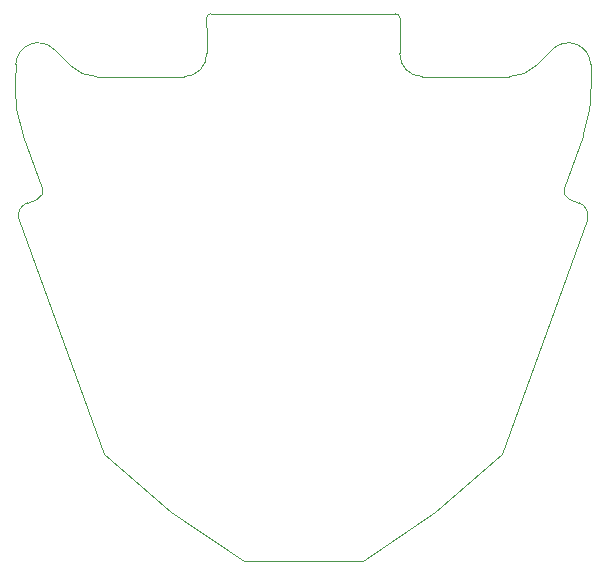
<source format=gbr>
%TF.GenerationSoftware,KiCad,Pcbnew,8.0.4*%
%TF.CreationDate,2024-08-07T12:18:04+02:00*%
%TF.ProjectId,Shard,53686172-642e-46b6-9963-61645f706362,rev?*%
%TF.SameCoordinates,Original*%
%TF.FileFunction,Profile,NP*%
%FSLAX46Y46*%
G04 Gerber Fmt 4.6, Leading zero omitted, Abs format (unit mm)*
G04 Created by KiCad (PCBNEW 8.0.4) date 2024-08-07 12:18:04*
%MOMM*%
%LPD*%
G01*
G04 APERTURE LIST*
%TA.AperFunction,Profile*%
%ADD10C,0.100000*%
%TD*%
G04 APERTURE END LIST*
D10*
X122885986Y-78476097D02*
G75*
G02*
X126128465Y-77206786I1898614J-73903D01*
G01*
X158398326Y-116368014D02*
X164066170Y-111455883D01*
X170590005Y-90199265D02*
X169767455Y-89899874D01*
X139049530Y-77552269D02*
G75*
G02*
X137159046Y-79508027I-1899230J-55731D01*
G01*
X155049529Y-74188015D02*
X147227083Y-74188015D01*
X171626289Y-79969828D02*
G75*
G02*
X170913434Y-84529111I-11960789J-465272D01*
G01*
X159918327Y-79508015D02*
X157303829Y-79508015D01*
X155429479Y-74574256D02*
X155429497Y-74574256D01*
X129766929Y-79508015D02*
X134535840Y-79508015D01*
X169315387Y-88919631D02*
X170913441Y-84529113D01*
X130387997Y-111455883D02*
X123532136Y-92619902D01*
X123540751Y-84529181D02*
G75*
G02*
X122828466Y-79954248I11248849J4094281D01*
G01*
X127476630Y-78555649D02*
X126128470Y-77206781D01*
X134535840Y-79508015D02*
X137159046Y-79508015D01*
X171626289Y-79969828D02*
X171568178Y-78476013D01*
X140949530Y-74188015D02*
X147294293Y-74188015D01*
X164687264Y-79508015D02*
X159918327Y-79508015D01*
X170590005Y-90199265D02*
G75*
G02*
X171271210Y-91660373I-389905J-1071135D01*
G01*
X164066170Y-111455883D02*
X170922030Y-92619902D01*
X136055840Y-116368014D02*
X130387997Y-111455883D01*
X123532136Y-92619902D02*
X123182918Y-91660448D01*
X129766929Y-79508015D02*
G75*
G02*
X127476633Y-78555646I-29J3230015D01*
G01*
X142200000Y-120500000D02*
X136055840Y-116368014D01*
X123182918Y-91660448D02*
G75*
G02*
X123868784Y-90197579I1071282J389948D01*
G01*
X139049530Y-77552269D02*
X139049530Y-76088015D01*
X169767455Y-89899874D02*
G75*
G02*
X169315352Y-88919618I259945J714274D01*
G01*
X140949530Y-74188015D02*
X139402014Y-74188015D01*
X125141025Y-88925801D02*
X123540751Y-84529181D01*
X123868785Y-90197582D02*
X124686780Y-89899849D01*
X122828483Y-79954249D02*
X122885986Y-78476097D01*
X168325792Y-77206685D02*
G75*
G02*
X171568108Y-78476016I1343808J-1343115D01*
G01*
X155429497Y-74574256D02*
X155404637Y-76088015D01*
X152254167Y-120500000D02*
X158398326Y-116368014D01*
X155049529Y-74188015D02*
G75*
G02*
X155429434Y-74574255I-29J-379985D01*
G01*
X155404637Y-77552680D02*
X155404637Y-76088015D01*
X157303829Y-79508015D02*
G75*
G02*
X155404591Y-77552679I-29J1900015D01*
G01*
X125141025Y-88925801D02*
G75*
G02*
X124686775Y-89899834I-714125J-259899D01*
G01*
X139024670Y-74574256D02*
X139049530Y-76088015D01*
X142200000Y-120500000D02*
X152254167Y-120500000D01*
X166971801Y-78561388D02*
G75*
G02*
X164687264Y-79507985I-2284501J2283388D01*
G01*
X147294293Y-74188015D02*
X147227083Y-74188015D01*
X139024670Y-74574256D02*
G75*
G02*
X139402014Y-74188027I379930J6256D01*
G01*
X166971801Y-78561388D02*
X168325792Y-77206685D01*
X170922030Y-92619902D02*
X171271269Y-91660394D01*
M02*

</source>
